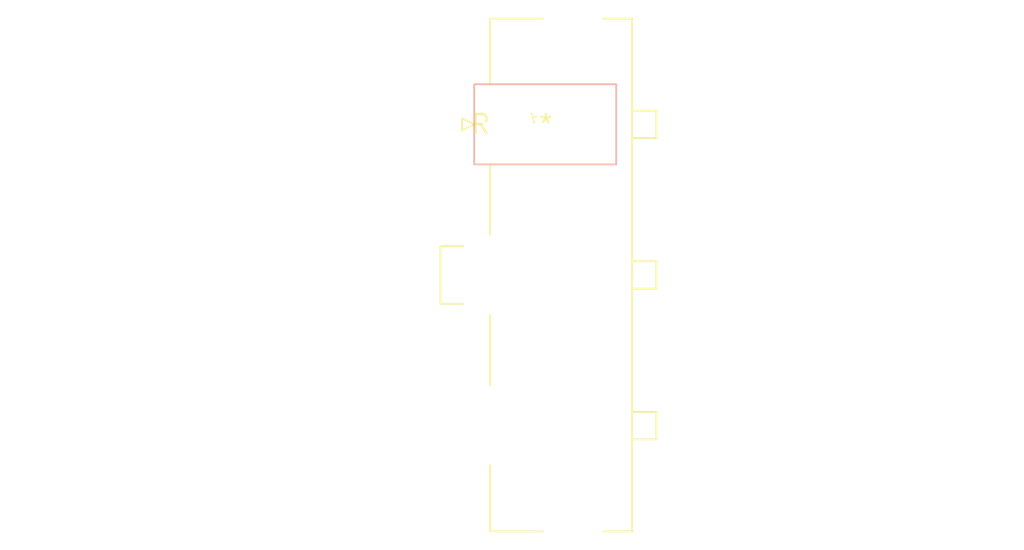
<source format=kicad_pcb>
(kicad_pcb (version 20240108) (generator pcbnew)
  (layers (0 "F.Cu" signal) (31 "B.Cu" signal) (34 "B.Paste" user) (35 "F.Paste" user) (36 "B.SilkS" user "B.Silkscreen") (37 "F.SilkS" user "F.Silkscreen") (38 "B.Mask" user) (39 "F.Mask" user) (44 "Edge.Cuts" user))
  (net 0 "")
  (footprint "Molex_Mini-Fit_Sr_42819-32XX_1x03_P10.00mm_Vertical_ThermalVias" (layer "F.Cu") (at 0 0)
    (property "Reference" "REF**")
    (property "Value" "Molex_Mini-Fit_Sr_42819-32XX_1x03_P10.00mm_Vertical_ThermalVias")
    (fp_line (start -2.51 -2.66) (end -2.51 2.66) (layer "B.SilkS") (stroke (width 0.12)))
    (fp_line (start -2.51 2.66) (end 6.91 2.66) (layer "B.SilkS") (stroke (width 0.12)))
    (fp_line (start 6.91 -2.66) (end -2.51 -2.66) (layer "B.SilkS") (stroke (width 0.12)))
    (fp_line (start 6.91 2.66) (end 6.91 -2.66) (layer "B.SilkS") (stroke (width 0.12)))
    (fp_line (start -4.75 8.09) (end -4.75 11.91) (layer "F.SilkS") (stroke (width 0.12)))
    (fp_line (start -4.75 11.91) (end -3.25 11.91) (layer "F.SilkS") (stroke (width 0.12)))
    (fp_line (start -3.31 -0.4) (end -3.31 0.4) (layer "F.SilkS") (stroke (width 0.12)))
    (fp_line (start -3.31 0.4) (end -2.51 0) (layer "F.SilkS") (stroke (width 0.12)))
    (fp_line (start -3.25 8.09) (end -4.75 8.09) (layer "F.SilkS") (stroke (width 0.12)))
    (fp_line (start -2.51 0) (end -3.31 -0.4) (layer "F.SilkS") (stroke (width 0.12)))
    (fp_line (start -1.45 -7.02) (end 2.05 -7.02) (layer "F.SilkS") (stroke (width 0.12)))
    (fp_line (start -1.45 -2.66) (end -1.45 -7.02) (layer "F.SilkS") (stroke (width 0.12)))
    (fp_line (start -1.45 2.66) (end -1.45 7.34) (layer "F.SilkS") (stroke (width 0.12)))
    (fp_line (start -1.45 12.66) (end -1.45 17.34) (layer "F.SilkS") (stroke (width 0.12)))
    (fp_line (start -1.45 22.66) (end -1.45 27.02) (layer "F.SilkS") (stroke (width 0.12)))
    (fp_line (start -1.45 27.02) (end 2.05 27.02) (layer "F.SilkS") (stroke (width 0.12)))
    (fp_line (start 6.05 -7.02) (end 7.97 -7.02) (layer "F.SilkS") (stroke (width 0.12)))
    (fp_line (start 6.05 27.02) (end 7.97 27.02) (layer "F.SilkS") (stroke (width 0.12)))
    (fp_line (start 7.97 -7.02) (end 7.97 10) (layer "F.SilkS") (stroke (width 0.12)))
    (fp_line (start 7.97 -0.91) (end 9.57 -0.91) (layer "F.SilkS") (stroke (width 0.12)))
    (fp_line (start 7.97 9.09) (end 9.57 9.09) (layer "F.SilkS") (stroke (width 0.12)))
    (fp_line (start 7.97 19.09) (end 9.57 19.09) (layer "F.SilkS") (stroke (width 0.12)))
    (fp_line (start 7.97 27.02) (end 7.97 10) (layer "F.SilkS") (stroke (width 0.12)))
    (fp_line (start 9.57 -0.91) (end 9.57 0.91) (layer "F.SilkS") (stroke (width 0.12)))
    (fp_line (start 9.57 0.91) (end 7.97 0.91) (layer "F.SilkS") (stroke (width 0.12)))
    (fp_line (start 9.57 9.09) (end 9.57 10.91) (layer "F.SilkS") (stroke (width 0.12)))
    (fp_line (start 9.57 10.91) (end 7.97 10.91) (layer "F.SilkS") (stroke (width 0.12)))
    (fp_line (start 9.57 19.09) (end 9.57 20.91) (layer "F.SilkS") (stroke (width 0.12)))
    (fp_line (start 9.57 20.91) (end 7.97 20.91) (layer "F.SilkS") (stroke (width 0.12)))
    (pad "" thru_hole circle (at 4.05 -5.73) (size 4 4) (drill 3) (layers *.Cu *.Mask) (remove_unused_layers))
    (pad "" thru_hole circle (at 4.05 25.73) (size 4 4) (drill 3) (layers *.Cu *.Mask) (remove_unused_layers))
    (pad "1" thru_hole roundrect (at -1.8 -1.95) (size 0.6 0.6) (drill 0.3) (layers *.Cu *.Mask) (remove_unused_layers))
    (pad "1" thru_hole roundrect (at -1.8 0) (size 0.6 0.6) (drill 0.3) (layers *.Cu *.Mask) (remove_unused_layers))
    (pad "1" thru_hole roundrect (at -1.8 1.95) (size 0.6 0.6) (drill 0.3) (layers *.Cu *.Mask) (remove_unused_layers))
    (pad "1" thru_hole rect (at 0 0) (size 4.5 4.8) (drill 2.8) (layers *.Cu *.Mask) (remove_unused_layers))
    (pad "1" thru_hole roundrect (at 0.2 -1.95) (size 0.6 0.6) (drill 0.3) (layers *.Cu *.Mask) (remove_unused_layers))
    (pad "1" thru_hole roundrect (at 0.2 1.95) (size 0.6 0.6) (drill 0.3) (layers *.Cu *.Mask) (remove_unused_layers))
    (pad "1" thru_hole roundrect (at 2.2 -1.95) (size 0.6 0.6) (drill 0.3) (layers *.Cu *.Mask) (remove_unused_layers))
    (pad "1" thru_hole roundrect (at 2.2 0) (size 0.6 0.6) (drill 0.3) (layers *.Cu *.Mask) (remove_unused_layers))
    (pad "1" thru_hole roundrect (at 2.2 1.95) (size 0.6 0.6) (drill 0.3) (layers *.Cu *.Mask) (remove_unused_layers))
    (pad "1" thru_hole roundrect (at 4.2 -1.95) (size 0.6 0.6) (drill 0.3) (layers *.Cu *.Mask) (remove_unused_layers))
    (pad "1" thru_hole roundrect (at 4.2 1.95) (size 0.6 0.6) (drill 0.3) (layers *.Cu *.Mask) (remove_unused_layers))
    (pad "1" thru_hole rect (at 4.4 0) (size 4.5 4.8) (drill 2.8) (layers *.Cu *.Mask) (remove_unused_layers))
    (pad "1" thru_hole roundrect (at 6.2 -1.95) (size 0.6 0.6) (drill 0.3) (layers *.Cu *.Mask) (remove_unused_layers))
    (pad "1" thru_hole roundrect (at 6.2 0) (size 0.6 0.6) (drill 0.3) (layers *.Cu *.Mask) (remove_unused_layers))
    (pad "1" thru_hole roundrect (at 6.2 1.95) (size 0.6 0.6) (drill 0.3) (layers *.Cu *.Mask) (remove_unused_layers))
    (pad "2" thru_hole circle (at -1.8 8.05) (size 0.6 0.6) (drill 0.3) (layers *.Cu *.Mask) (remove_unused_layers))
    (pad "2" thru_hole circle (at -1.8 10) (size 0.6 0.6) (drill 0.3) (layers *.Cu *.Mask) (remove_unused_layers))
    (pad "2" thru_hole circle (at -1.8 11.95) (size 0.6 0.6) (drill 0.3) (layers *.Cu *.Mask) (remove_unused_layers))
    (pad "2" thru_hole rect (at 0 10) (size 4.5 4.8) (drill 2.8) (layers *.Cu *.Mask) (remove_unused_layers))
    (pad "2" thru_hole circle (at 0.2 8.05) (size 0.6 0.6) (drill 0.3) (layers *.Cu *.Mask) (remove_unused_layers))
    (pad "2" thru_hole circle (at 0.2 11.95) (size 0.6 0.6) (drill 0.3) (layers *.Cu *.Mask) (remove_unused_layers))
    (pad "2" thru_hole circle (at 2.2 8.05) (size 0.6 0.6) (drill 0.3) (layers *.Cu *.Mask) (remove_unused_layers))
    (pad "2" thru_hole circle (at 2.2 10) (size 0.6 0.6) (drill 0.3) (layers *.Cu *.Mask) (remove_unused_layers))
    (pad "2" thru_hole circle (at 2.2 11.95) (size 0.6 0.6) (drill 0.3) (layers *.Cu *.Mask) (remove_unused_layers))
    (pad "2" thru_hole circle (at 4.2 8.05) (size 0.6 0.6) (drill 0.3) (layers *.Cu *.Mask) (remove_unused_layers))
    (pad "2" thru_hole circle (at 4.2 11.95) (size 0.6 0.6) (drill 0.3) (layers *.Cu *.Mask) (remove_unused_layers))
    (pad "2" thru_hole rect (at 4.4 10) (size 4.5 4.8) (drill 2.8) (layers *.Cu *.Mask) (remove_unused_layers))
    (pad "2" thru_hole circle (at 6.2 8.05) (size 0.6 0.6) (drill 0.3) (layers *.Cu *.Mask) (remove_unused_layers))
    (pad "2" thru_hole circle (at 6.2 10) (size 0.6 0.6) (drill 0.3) (layers *.Cu *.Mask) (remove_unused_layers))
    (pad "2" thru_hole circle (at 6.2 11.95) (size 0.6 0.6) (drill 0.3) (layers *.Cu *.Mask) (remove_unused_layers))
    (pad "3" thru_hole circle (at -1.8 18.05) (size 0.6 0.6) (drill 0.3) (layers *.Cu *.Mask) (remove_unused_layers))
    (pad "3" thru_hole circle (at -1.8 20) (size 0.6 0.6) (drill 0.3) (layers *.Cu *.Mask) (remove_unused_layers))
    (pad "3" thru_hole circle (at -1.8 21.95) (size 0.6 0.6) (drill 0.3) (layers *.Cu *.Mask) (remove_unused_layers))
    (pad "3" thru_hole rect (at 0 20) (size 4.5 4.8) (drill 2.8) (layers *.Cu *.Mask) (remove_unused_layers))
    (pad "3" thru_hole circle (at 0.2 18.05) (size 0.6 0.6) (drill 0.3) (layers *.Cu *.Mask) (remove_unused_layers))
    (pad "3" thru_hole circle (at 0.2 21.95) (size 0.6 0.6) (drill 0.3) (layers *.Cu *.Mask) (remove_unused_layers))
    (pad "3" thru_hole circle (at 2.2 18.05) (size 0.6 0.6) (drill 0.3) (layers *.Cu *.Mask) (remove_unused_layers))
    (pad "3" thru_hole circle (at 2.2 20) (size 0.6 0.6) (drill 0.3) (layers *.Cu *.Mask) (remove_unused_layers))
    (pad "3" thru_hole circle (at 2.2 21.95) (size 0.6 0.6) (drill 0.3) (layers *.Cu *.Mask) (remove_unused_layers))
    (pad "3" thru_hole circle (at 4.2 18.05) (size 0.6 0.6) (drill 0.3) (layers *.Cu *.Mask) (remove_unused_layers))
    (pad "3" thru_hole circle (at 4.2 21.95) (size 0.6 0.6) (drill 0.3) (layers *.Cu *.Mask) (remove_unused_layers))
    (pad "3" thru_hole rect (at 4.4 20) (size 4.5 4.8) (drill 2.8) (layers *.Cu *.Mask) (remove_unused_layers))
    (pad "3" thru_hole circle (at 6.2 18.05) (size 0.6 0.6) (drill 0.3) (layers *.Cu *.Mask) (remove_unused_layers))
    (pad "3" thru_hole circle (at 6.2 20) (size 0.6 0.6) (drill 0.3) (layers *.Cu *.Mask) (remove_unused_layers))
    (pad "3" thru_hole circle (at 6.2 21.95) (size 0.6 0.6) (drill 0.3) (layers *.Cu *.Mask) (remove_unused_layers))
  )
)
</source>
